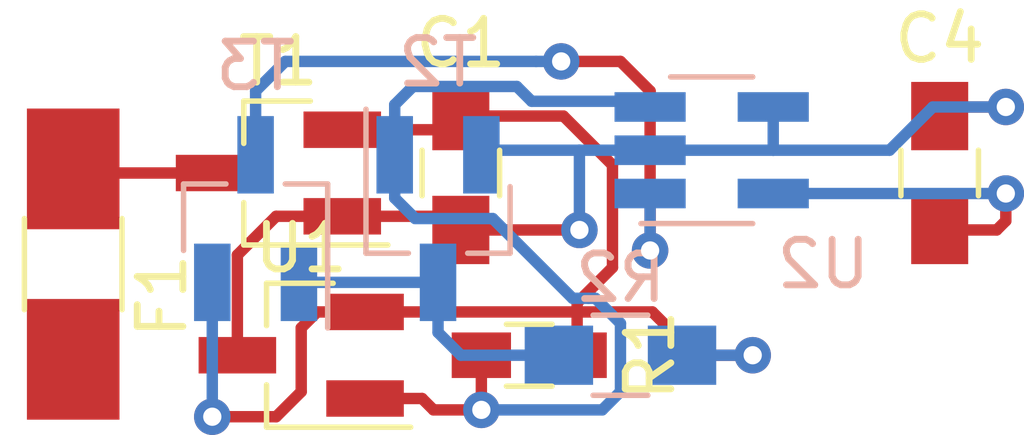
<source format=kicad_pcb>
(kicad_pcb (version 20171130) (host pcbnew "(5.1.6)-1")

  (general
    (thickness 1.6)
    (drawings 0)
    (tracks 80)
    (zones 0)
    (modules 10)
    (nets 9)
  )

  (page A4)
  (layers
    (0 F.Cu signal)
    (31 B.Cu signal)
    (32 B.Adhes user hide)
    (33 F.Adhes user hide)
    (34 B.Paste user hide)
    (35 F.Paste user hide)
    (36 B.SilkS user hide)
    (37 F.SilkS user)
    (38 B.Mask user hide)
    (39 F.Mask user hide)
    (40 Dwgs.User user)
    (41 Cmts.User user)
    (42 Eco1.User user)
    (43 Eco2.User user)
    (44 Edge.Cuts user)
    (45 Margin user)
    (46 B.CrtYd user hide)
    (47 F.CrtYd user)
    (48 B.Fab user hide)
    (49 F.Fab user hide)
  )

  (setup
    (last_trace_width 0.25)
    (trace_clearance 0.2)
    (zone_clearance 0.508)
    (zone_45_only no)
    (trace_min 0.2)
    (via_size 0.8)
    (via_drill 0.4)
    (via_min_size 0.4)
    (via_min_drill 0.3)
    (uvia_size 0.3)
    (uvia_drill 0.1)
    (uvias_allowed no)
    (uvia_min_size 0.2)
    (uvia_min_drill 0.1)
    (edge_width 0.05)
    (segment_width 0.2)
    (pcb_text_width 0.3)
    (pcb_text_size 1.5 1.5)
    (mod_edge_width 0.12)
    (mod_text_size 1 1)
    (mod_text_width 0.15)
    (pad_size 1.524 1.524)
    (pad_drill 0.762)
    (pad_to_mask_clearance 0.05)
    (aux_axis_origin 0 0)
    (visible_elements 7FFFFFFF)
    (pcbplotparams
      (layerselection 0x010fc_ffffffff)
      (usegerberextensions false)
      (usegerberattributes true)
      (usegerberadvancedattributes true)
      (creategerberjobfile true)
      (excludeedgelayer true)
      (linewidth 0.100000)
      (plotframeref false)
      (viasonmask false)
      (mode 1)
      (useauxorigin false)
      (hpglpennumber 1)
      (hpglpenspeed 20)
      (hpglpendiameter 15.000000)
      (psnegative false)
      (psa4output false)
      (plotreference true)
      (plotvalue true)
      (plotinvisibletext false)
      (padsonsilk false)
      (subtractmaskfromsilk false)
      (outputformat 1)
      (mirror false)
      (drillshape 1)
      (scaleselection 1)
      (outputdirectory ""))
  )

  (net 0 "")
  (net 1 GND_ALIM)
  (net 2 "Net-(C1-Pad1)")
  (net 3 /VCC_3V3)
  (net 4 "Net-(F1-Pad2)")
  (net 5 "Net-(F1-Pad1)")
  (net 6 /~RST)
  (net 7 "Net-(R2-Pad2)")
  (net 8 /VBAT)

  (net_class Default "This is the default net class."
    (clearance 0.2)
    (trace_width 0.25)
    (via_dia 0.8)
    (via_drill 0.4)
    (uvia_dia 0.3)
    (uvia_drill 0.1)
    (add_net /VBAT)
    (add_net /VCC_3V3)
    (add_net /~RST)
    (add_net GND_ALIM)
    (add_net "Net-(C1-Pad1)")
    (add_net "Net-(F1-Pad1)")
    (add_net "Net-(F1-Pad2)")
    (add_net "Net-(R2-Pad2)")
  )

  (module EsseivaN_Lib:SOT-23_Handsoldering (layer F.Cu) (tedit 5F4D0EBD) (tstamp 5F4D20DA)
    (at 104 79 180)
    (descr "SOT-23, Handsoldering")
    (tags SOT-23)
    (path /5F4005DE)
    (attr smd)
    (fp_text reference T1 (at 0 2.45 180) (layer F.SilkS)
      (effects (font (size 1 1) (thickness 0.15)))
    )
    (fp_text value SI2333 (at 0 2.5) (layer F.Fab)
      (effects (font (size 1 1) (thickness 0.15)))
    )
    (fp_line (start 0.76 1.58) (end 0.76 0.65) (layer F.SilkS) (width 0.12))
    (fp_line (start 0.76 -1.58) (end 0.76 -0.65) (layer F.SilkS) (width 0.12))
    (fp_line (start -1.5 -1.75) (end 1.5 -1.75) (layer F.CrtYd) (width 0.05))
    (fp_line (start 1.5 -1.75) (end 1.5 1.75) (layer F.CrtYd) (width 0.05))
    (fp_line (start 1.5 1.75) (end -1.5 1.75) (layer F.CrtYd) (width 0.05))
    (fp_line (start -1.5 1.75) (end -1.5 -1.75) (layer F.CrtYd) (width 0.05))
    (fp_line (start 0.76 -1.58) (end -2.4 -1.58) (layer F.SilkS) (width 0.12))
    (fp_line (start -0.7 -0.95) (end -0.7 1.5) (layer F.Fab) (width 0.1))
    (fp_line (start -0.15 -1.52) (end 0.7 -1.52) (layer F.Fab) (width 0.1))
    (fp_line (start -0.7 -0.95) (end -0.15 -1.52) (layer F.Fab) (width 0.1))
    (fp_line (start 0.7 -1.52) (end 0.7 1.52) (layer F.Fab) (width 0.1))
    (fp_line (start -0.7 1.52) (end 0.7 1.52) (layer F.Fab) (width 0.1))
    (fp_line (start 0.76 1.58) (end -0.7 1.58) (layer F.SilkS) (width 0.12))
    (pad 3 smd rect (at 1.4 0 180) (size 1.7 0.8) (layers F.Cu F.Paste F.Mask)
      (net 4 "Net-(F1-Pad2)"))
    (pad 2 smd rect (at -1.4 0.95 180) (size 1.7 0.8) (layers F.Cu F.Paste F.Mask)
      (net 2 "Net-(C1-Pad1)"))
    (pad 1 smd rect (at -1.4 -0.95 180) (size 1.7 0.8) (layers F.Cu F.Paste F.Mask)
      (net 1 GND_ALIM))
    (model ${KISYS3DMOD}/TO_SOT_Packages_SMD.3dshapes\SOT-23.wrl
      (at (xyz 0 0 0))
      (scale (xyz 1 1 1))
      (rotate (xyz 0 0 0))
    )
  )

  (module EsseivaN_Lib:SOT-23-5_HandSoldering (layer B.Cu) (tedit 58CE4E7E) (tstamp 5F4D43B9)
    (at 113.5 78.5)
    (descr "5-pin SOT23 package")
    (tags "SOT-23-5 hand-soldering")
    (path /5F409A59)
    (attr smd)
    (fp_text reference U2 (at 2.45 2.5 180) (layer B.SilkS)
      (effects (font (size 1 1) (thickness 0.15)) (justify mirror))
    )
    (fp_text value "NCP114 3V3" (at 0 -2.9) (layer B.Fab)
      (effects (font (size 1 1) (thickness 0.15)) (justify mirror))
    )
    (fp_line (start 2.38 -1.8) (end -2.38 -1.8) (layer B.CrtYd) (width 0.05))
    (fp_line (start 2.38 -1.8) (end 2.38 1.8) (layer B.CrtYd) (width 0.05))
    (fp_line (start -2.38 1.8) (end -2.38 -1.8) (layer B.CrtYd) (width 0.05))
    (fp_line (start -2.38 1.8) (end 2.38 1.8) (layer B.CrtYd) (width 0.05))
    (fp_line (start 0.9 1.55) (end 0.9 -1.55) (layer B.Fab) (width 0.1))
    (fp_line (start 0.9 -1.55) (end -0.9 -1.55) (layer B.Fab) (width 0.1))
    (fp_line (start -0.9 0.9) (end -0.9 -1.55) (layer B.Fab) (width 0.1))
    (fp_line (start 0.9 1.55) (end -0.25 1.55) (layer B.Fab) (width 0.1))
    (fp_line (start -0.9 0.9) (end -0.25 1.55) (layer B.Fab) (width 0.1))
    (fp_line (start 0.9 1.61) (end -1.55 1.61) (layer B.SilkS) (width 0.12))
    (fp_line (start -0.9 -1.61) (end 0.9 -1.61) (layer B.SilkS) (width 0.12))
    (fp_text user %R (at 0 0 -90) (layer B.Fab)
      (effects (font (size 0.5 0.5) (thickness 0.075)) (justify mirror))
    )
    (pad 5 smd rect (at 1.35 0.95) (size 1.56 0.65) (layers B.Cu B.Paste B.Mask)
      (net 3 /VCC_3V3))
    (pad 4 smd rect (at 1.35 -0.95) (size 1.56 0.65) (layers B.Cu B.Paste B.Mask)
      (net 1 GND_ALIM))
    (pad 3 smd rect (at -1.35 -0.95) (size 1.56 0.65) (layers B.Cu B.Paste B.Mask)
      (net 6 /~RST))
    (pad 2 smd rect (at -1.35 0) (size 1.56 0.65) (layers B.Cu B.Paste B.Mask)
      (net 1 GND_ALIM))
    (pad 1 smd rect (at -1.35 0.95) (size 1.56 0.65) (layers B.Cu B.Paste B.Mask)
      (net 8 /VBAT))
    (model ${KISYS3DMOD}/TO_SOT_Packages_SMD.3dshapes\SOT-23-5.wrl
      (at (xyz 0 0 0))
      (scale (xyz 1 1 1))
      (rotate (xyz 0 0 0))
    )
  )

  (module EsseivaN_Lib:C_0805_HandSoldering (layer F.Cu) (tedit 58AA84A8) (tstamp 5F4D2085)
    (at 108 79 270)
    (descr "Capacitor SMD 0805, hand soldering")
    (tags "capacitor 0805")
    (path /5F3E0A27)
    (attr smd)
    (fp_text reference C1 (at -2.85 0 180) (layer F.SilkS)
      (effects (font (size 1 1) (thickness 0.15)))
    )
    (fp_text value 10uF (at 0 1.75 90) (layer F.Fab)
      (effects (font (size 1 1) (thickness 0.15)))
    )
    (fp_line (start -1 0.62) (end -1 -0.62) (layer F.Fab) (width 0.1))
    (fp_line (start 1 0.62) (end -1 0.62) (layer F.Fab) (width 0.1))
    (fp_line (start 1 -0.62) (end 1 0.62) (layer F.Fab) (width 0.1))
    (fp_line (start -1 -0.62) (end 1 -0.62) (layer F.Fab) (width 0.1))
    (fp_line (start 0.5 -0.85) (end -0.5 -0.85) (layer F.SilkS) (width 0.12))
    (fp_line (start -0.5 0.85) (end 0.5 0.85) (layer F.SilkS) (width 0.12))
    (fp_line (start -2.25 -0.88) (end 2.25 -0.88) (layer F.CrtYd) (width 0.05))
    (fp_line (start -2.25 -0.88) (end -2.25 0.87) (layer F.CrtYd) (width 0.05))
    (fp_line (start 2.25 0.87) (end 2.25 -0.88) (layer F.CrtYd) (width 0.05))
    (fp_line (start 2.25 0.87) (end -2.25 0.87) (layer F.CrtYd) (width 0.05))
    (fp_text user %R (at 0 -1.75 90) (layer F.Fab)
      (effects (font (size 1 1) (thickness 0.15)))
    )
    (pad 1 smd rect (at -1.25 0 270) (size 1.5 1.25) (layers F.Cu F.Paste F.Mask)
      (net 2 "Net-(C1-Pad1)"))
    (pad 2 smd rect (at 1.25 0 270) (size 1.5 1.25) (layers F.Cu F.Paste F.Mask)
      (net 1 GND_ALIM))
    (model Capacitors_SMD.3dshapes/C_0805.wrl
      (at (xyz 0 0 0))
      (scale (xyz 1 1 1))
      (rotate (xyz 0 0 0))
    )
  )

  (module EsseivaN_Lib:C_0805_HandSoldering (layer F.Cu) (tedit 58AA84A8) (tstamp 5F4D2096)
    (at 118.5 79 90)
    (descr "Capacitor SMD 0805, hand soldering")
    (tags "capacitor 0805")
    (path /5F539944)
    (attr smd)
    (fp_text reference C4 (at 2.95 0 180) (layer F.SilkS)
      (effects (font (size 1 1) (thickness 0.15)))
    )
    (fp_text value 100nF (at 0 1.75 90) (layer F.Fab)
      (effects (font (size 1 1) (thickness 0.15)))
    )
    (fp_line (start -1 0.62) (end -1 -0.62) (layer F.Fab) (width 0.1))
    (fp_line (start 1 0.62) (end -1 0.62) (layer F.Fab) (width 0.1))
    (fp_line (start 1 -0.62) (end 1 0.62) (layer F.Fab) (width 0.1))
    (fp_line (start -1 -0.62) (end 1 -0.62) (layer F.Fab) (width 0.1))
    (fp_line (start 0.5 -0.85) (end -0.5 -0.85) (layer F.SilkS) (width 0.12))
    (fp_line (start -0.5 0.85) (end 0.5 0.85) (layer F.SilkS) (width 0.12))
    (fp_line (start -2.25 -0.88) (end 2.25 -0.88) (layer F.CrtYd) (width 0.05))
    (fp_line (start -2.25 -0.88) (end -2.25 0.87) (layer F.CrtYd) (width 0.05))
    (fp_line (start 2.25 0.87) (end 2.25 -0.88) (layer F.CrtYd) (width 0.05))
    (fp_line (start 2.25 0.87) (end -2.25 0.87) (layer F.CrtYd) (width 0.05))
    (fp_text user %R (at 0 -1.75 90) (layer F.Fab)
      (effects (font (size 1 1) (thickness 0.15)))
    )
    (pad 1 smd rect (at -1.25 0 90) (size 1.5 1.25) (layers F.Cu F.Paste F.Mask)
      (net 3 /VCC_3V3))
    (pad 2 smd rect (at 1.25 0 90) (size 1.5 1.25) (layers F.Cu F.Paste F.Mask)
      (net 1 GND_ALIM))
    (model Capacitors_SMD.3dshapes/C_0805.wrl
      (at (xyz 0 0 0))
      (scale (xyz 1 1 1))
      (rotate (xyz 0 0 0))
    )
  )

  (module EsseivaN_Lib:Fuse_SMD1206_HandSoldering (layer F.Cu) (tedit 5CC57DC8) (tstamp 5F4D20A6)
    (at 99.5 81 90)
    (descr "Fuse, Sicherung, SMD1206, Littlefuse-Wickmann 433 Series, Hand Soldering,")
    (tags "Fuse Sicherung SMD1206 Littlefuse-Wickmann 433 Series Hand Soldering ")
    (path /5F3F134F)
    (attr smd)
    (fp_text reference F1 (at -0.7 1.95 90) (layer F.SilkS)
      (effects (font (size 1 1) (thickness 0.15)))
    )
    (fp_text value 630mA (at -0.15 2.5 90) (layer F.Fab)
      (effects (font (size 1 1) (thickness 0.15)))
    )
    (fp_line (start -1.6 0.8) (end -1.6 -0.8) (layer F.Fab) (width 0.1))
    (fp_line (start 1.6 0.8) (end -1.6 0.8) (layer F.Fab) (width 0.1))
    (fp_line (start 1.6 -0.8) (end 1.6 0.8) (layer F.Fab) (width 0.1))
    (fp_line (start -1.6 -0.8) (end 1.6 -0.8) (layer F.Fab) (width 0.1))
    (fp_line (start 1 1.07) (end -1 1.07) (layer F.SilkS) (width 0.12))
    (fp_line (start -1 -1.07) (end 1 -1.07) (layer F.SilkS) (width 0.12))
    (fp_line (start -3.35 -1.58) (end 3.35 -1.58) (layer F.CrtYd) (width 0.05))
    (fp_line (start -3.35 -1.58) (end -3.35 1.58) (layer F.CrtYd) (width 0.05))
    (fp_line (start 3.35 1.58) (end 3.35 -1.58) (layer F.CrtYd) (width 0.05))
    (fp_line (start 3.35 1.58) (end -3.35 1.58) (layer F.CrtYd) (width 0.05))
    (pad 1 smd rect (at -2.09 0 180) (size 2.03 2.65) (layers F.Cu F.Paste F.Mask)
      (net 5 "Net-(F1-Pad1)"))
    (pad 2 smd rect (at 2.09 0 180) (size 2.03 2.65) (layers F.Cu F.Paste F.Mask)
      (net 4 "Net-(F1-Pad2)"))
    (model ${KISYS3DMOD}/Resistor_SMD.3dshapes/R_1206_3216Metric.step
      (at (xyz 0 0 0))
      (scale (xyz 1 1 1))
      (rotate (xyz 0 0 0))
    )
  )

  (module EsseivaN_Lib:R_0603_HandSoldering (layer F.Cu) (tedit 5D0E9FFD) (tstamp 5F4D37D3)
    (at 109.5 83 180)
    (descr "Resistor SMD 0603, hand soldering")
    (tags "resistor 0603")
    (path /5F3F8490)
    (attr smd)
    (fp_text reference R1 (at -2.65 0 90) (layer F.SilkS)
      (effects (font (size 1 1) (thickness 0.15)))
    )
    (fp_text value 4k7 (at 0 1.55 180) (layer F.Fab)
      (effects (font (size 1 1) (thickness 0.15)))
    )
    (fp_line (start -0.8 0.4) (end -0.8 -0.4) (layer F.Fab) (width 0.1))
    (fp_line (start 0.8 0.4) (end -0.8 0.4) (layer F.Fab) (width 0.1))
    (fp_line (start 0.8 -0.4) (end 0.8 0.4) (layer F.Fab) (width 0.1))
    (fp_line (start -0.8 -0.4) (end 0.8 -0.4) (layer F.Fab) (width 0.1))
    (fp_line (start 0.5 0.68) (end -0.5 0.68) (layer F.SilkS) (width 0.12))
    (fp_line (start -0.5 -0.68) (end 0.5 -0.68) (layer F.SilkS) (width 0.12))
    (fp_line (start -1.96 -0.7) (end 1.95 -0.7) (layer F.CrtYd) (width 0.05))
    (fp_line (start -1.96 -0.7) (end -1.96 0.7) (layer F.CrtYd) (width 0.05))
    (fp_line (start 1.95 0.7) (end 1.95 -0.7) (layer F.CrtYd) (width 0.05))
    (fp_line (start 1.95 0.7) (end -1.96 0.7) (layer F.CrtYd) (width 0.05))
    (pad 1 smd rect (at -1.05 0 180) (size 1.3 1) (layers F.Cu F.Paste F.Mask)
      (net 2 "Net-(C1-Pad1)"))
    (pad 2 smd rect (at 1.05 0 180) (size 1.3 1) (layers F.Cu F.Paste F.Mask)
      (net 6 /~RST))
    (model ${KISYS3DMOD}/Resistors_SMD.3dshapes/R_0603.wrl
      (at (xyz 0 0 0))
      (scale (xyz 1 1 1))
      (rotate (xyz 0 0 0))
    )
  )

  (module EsseivaN_Lib:R_0805_HandSoldering (layer B.Cu) (tedit 5D0EA042) (tstamp 5F4D4428)
    (at 111.5 83 180)
    (descr "Resistor SMD 0805, hand soldering")
    (tags "resistor 0805")
    (path /5F5241CC)
    (attr smd)
    (fp_text reference R2 (at 0 1.7) (layer B.SilkS)
      (effects (font (size 1 1) (thickness 0.15)) (justify mirror))
    )
    (fp_text value 100k (at 0 -1.75) (layer B.Fab)
      (effects (font (size 1 1) (thickness 0.15)) (justify mirror))
    )
    (fp_line (start 2.35 -0.9) (end -2.35 -0.9) (layer B.CrtYd) (width 0.05))
    (fp_line (start 2.35 -0.9) (end 2.35 0.9) (layer B.CrtYd) (width 0.05))
    (fp_line (start -2.35 0.9) (end -2.35 -0.9) (layer B.CrtYd) (width 0.05))
    (fp_line (start -2.35 0.9) (end 2.35 0.9) (layer B.CrtYd) (width 0.05))
    (fp_line (start -0.6 0.88) (end 0.6 0.88) (layer B.SilkS) (width 0.12))
    (fp_line (start 0.6 -0.88) (end -0.6 -0.88) (layer B.SilkS) (width 0.12))
    (fp_line (start -1 0.62) (end 1 0.62) (layer B.Fab) (width 0.1))
    (fp_line (start 1 0.62) (end 1 -0.62) (layer B.Fab) (width 0.1))
    (fp_line (start 1 -0.62) (end -1 -0.62) (layer B.Fab) (width 0.1))
    (fp_line (start -1 -0.62) (end -1 0.62) (layer B.Fab) (width 0.1))
    (pad 2 smd rect (at 1.35 0 180) (size 1.5 1.3) (layers B.Cu B.Paste B.Mask)
      (net 7 "Net-(R2-Pad2)"))
    (pad 1 smd rect (at -1.35 0 180) (size 1.5 1.3) (layers B.Cu B.Paste B.Mask)
      (net 2 "Net-(C1-Pad1)"))
    (model ${KISYS3DMOD}/Resistors_SMD.3dshapes/R_0805.wrl
      (at (xyz 0 0 0))
      (scale (xyz 1 1 1))
      (rotate (xyz 0 0 0))
    )
  )

  (module EsseivaN_Lib:SOT-23_Handsoldering (layer B.Cu) (tedit 5F4D0EBD) (tstamp 5F4D3804)
    (at 107.5 80 270)
    (descr "SOT-23, Handsoldering")
    (tags SOT-23)
    (path /5F40185E)
    (attr smd)
    (fp_text reference T2 (at -3.429 0) (layer B.SilkS)
      (effects (font (size 1 1) (thickness 0.15)) (justify mirror))
    )
    (fp_text value FDN337 (at 0 -2.5 270) (layer B.Fab)
      (effects (font (size 1 1) (thickness 0.15)) (justify mirror))
    )
    (fp_line (start 0.76 -1.58) (end 0.76 -0.65) (layer B.SilkS) (width 0.12))
    (fp_line (start 0.76 1.58) (end 0.76 0.65) (layer B.SilkS) (width 0.12))
    (fp_line (start -1.5 1.75) (end 1.5 1.75) (layer B.CrtYd) (width 0.05))
    (fp_line (start 1.5 1.75) (end 1.5 -1.75) (layer B.CrtYd) (width 0.05))
    (fp_line (start 1.5 -1.75) (end -1.5 -1.75) (layer B.CrtYd) (width 0.05))
    (fp_line (start -1.5 -1.75) (end -1.5 1.75) (layer B.CrtYd) (width 0.05))
    (fp_line (start 0.76 1.58) (end -2.4 1.58) (layer B.SilkS) (width 0.12))
    (fp_line (start -0.7 0.95) (end -0.7 -1.5) (layer B.Fab) (width 0.1))
    (fp_line (start -0.15 1.52) (end 0.7 1.52) (layer B.Fab) (width 0.1))
    (fp_line (start -0.7 0.95) (end -0.15 1.52) (layer B.Fab) (width 0.1))
    (fp_line (start 0.7 1.52) (end 0.7 -1.52) (layer B.Fab) (width 0.1))
    (fp_line (start -0.7 -1.52) (end 0.7 -1.52) (layer B.Fab) (width 0.1))
    (fp_line (start 0.76 -1.58) (end -0.7 -1.58) (layer B.SilkS) (width 0.12))
    (pad 3 smd rect (at 1.4 0 270) (size 1.7 0.8) (layers B.Cu B.Paste B.Mask)
      (net 7 "Net-(R2-Pad2)"))
    (pad 2 smd rect (at -1.4 -0.95 270) (size 1.7 0.8) (layers B.Cu B.Paste B.Mask)
      (net 1 GND_ALIM))
    (pad 1 smd rect (at -1.4 0.95 270) (size 1.7 0.8) (layers B.Cu B.Paste B.Mask)
      (net 6 /~RST))
    (model ${KISYS3DMOD}/TO_SOT_Packages_SMD.3dshapes\SOT-23.wrl
      (at (xyz 0 0 0))
      (scale (xyz 1 1 1))
      (rotate (xyz 0 0 0))
    )
  )

  (module EsseivaN_Lib:SOT-23_Handsoldering (layer B.Cu) (tedit 5F4D0EBD) (tstamp 5F4D388E)
    (at 103.5 80 90)
    (descr "SOT-23, Handsoldering")
    (tags SOT-23)
    (path /5F3FF331)
    (attr smd)
    (fp_text reference T3 (at 3.35 0) (layer B.SilkS)
      (effects (font (size 1 1) (thickness 0.15)) (justify mirror))
    )
    (fp_text value SI2333 (at 0 -2.5 -90) (layer B.Fab)
      (effects (font (size 1 1) (thickness 0.15)) (justify mirror))
    )
    (fp_line (start 0.76 -1.58) (end 0.76 -0.65) (layer B.SilkS) (width 0.12))
    (fp_line (start 0.76 1.58) (end 0.76 0.65) (layer B.SilkS) (width 0.12))
    (fp_line (start -1.5 1.75) (end 1.5 1.75) (layer B.CrtYd) (width 0.05))
    (fp_line (start 1.5 1.75) (end 1.5 -1.75) (layer B.CrtYd) (width 0.05))
    (fp_line (start 1.5 -1.75) (end -1.5 -1.75) (layer B.CrtYd) (width 0.05))
    (fp_line (start -1.5 -1.75) (end -1.5 1.75) (layer B.CrtYd) (width 0.05))
    (fp_line (start 0.76 1.58) (end -2.4 1.58) (layer B.SilkS) (width 0.12))
    (fp_line (start -0.7 0.95) (end -0.7 -1.5) (layer B.Fab) (width 0.1))
    (fp_line (start -0.15 1.52) (end 0.7 1.52) (layer B.Fab) (width 0.1))
    (fp_line (start -0.7 0.95) (end -0.15 1.52) (layer B.Fab) (width 0.1))
    (fp_line (start 0.7 1.52) (end 0.7 -1.52) (layer B.Fab) (width 0.1))
    (fp_line (start -0.7 -1.52) (end 0.7 -1.52) (layer B.Fab) (width 0.1))
    (fp_line (start 0.76 -1.58) (end -0.7 -1.58) (layer B.SilkS) (width 0.12))
    (pad 3 smd rect (at 1.4 0 90) (size 1.7 0.8) (layers B.Cu B.Paste B.Mask)
      (net 8 /VBAT))
    (pad 2 smd rect (at -1.4 -0.95 90) (size 1.7 0.8) (layers B.Cu B.Paste B.Mask)
      (net 2 "Net-(C1-Pad1)"))
    (pad 1 smd rect (at -1.4 0.95 90) (size 1.7 0.8) (layers B.Cu B.Paste B.Mask)
      (net 7 "Net-(R2-Pad2)"))
    (model ${KISYS3DMOD}/TO_SOT_Packages_SMD.3dshapes\SOT-23.wrl
      (at (xyz 0 0 0))
      (scale (xyz 1 1 1))
      (rotate (xyz 0 0 0))
    )
  )

  (module EsseivaN_Lib:SOT-23_Handsoldering (layer F.Cu) (tedit 5F4D0EBD) (tstamp 5F4D332E)
    (at 104.5 83 180)
    (descr "SOT-23, Handsoldering")
    (tags SOT-23)
    (path /5F3F7101)
    (attr smd)
    (fp_text reference U1 (at 0 2.35 180) (layer F.SilkS)
      (effects (font (size 1 1) (thickness 0.15)))
    )
    (fp_text value MCP121 (at 0 2.5) (layer F.Fab)
      (effects (font (size 1 1) (thickness 0.15)))
    )
    (fp_line (start 0.76 1.58) (end 0.76 0.65) (layer F.SilkS) (width 0.12))
    (fp_line (start 0.76 -1.58) (end 0.76 -0.65) (layer F.SilkS) (width 0.12))
    (fp_line (start -1.5 -1.75) (end 1.5 -1.75) (layer F.CrtYd) (width 0.05))
    (fp_line (start 1.5 -1.75) (end 1.5 1.75) (layer F.CrtYd) (width 0.05))
    (fp_line (start 1.5 1.75) (end -1.5 1.75) (layer F.CrtYd) (width 0.05))
    (fp_line (start -1.5 1.75) (end -1.5 -1.75) (layer F.CrtYd) (width 0.05))
    (fp_line (start 0.76 -1.58) (end -2.4 -1.58) (layer F.SilkS) (width 0.12))
    (fp_line (start -0.7 -0.95) (end -0.7 1.5) (layer F.Fab) (width 0.1))
    (fp_line (start -0.15 -1.52) (end 0.7 -1.52) (layer F.Fab) (width 0.1))
    (fp_line (start -0.7 -0.95) (end -0.15 -1.52) (layer F.Fab) (width 0.1))
    (fp_line (start 0.7 -1.52) (end 0.7 1.52) (layer F.Fab) (width 0.1))
    (fp_line (start -0.7 1.52) (end 0.7 1.52) (layer F.Fab) (width 0.1))
    (fp_line (start 0.76 1.58) (end -0.7 1.58) (layer F.SilkS) (width 0.12))
    (pad 3 smd rect (at 1.4 0 180) (size 1.7 0.8) (layers F.Cu F.Paste F.Mask)
      (net 1 GND_ALIM))
    (pad 2 smd rect (at -1.4 0.95 180) (size 1.7 0.8) (layers F.Cu F.Paste F.Mask)
      (net 2 "Net-(C1-Pad1)"))
    (pad 1 smd rect (at -1.4 -0.95 180) (size 1.7 0.8) (layers F.Cu F.Paste F.Mask)
      (net 6 /~RST))
    (model ${KISYS3DMOD}/TO_SOT_Packages_SMD.3dshapes\SOT-23.wrl
      (at (xyz 0 0 0))
      (scale (xyz 1 1 1))
      (rotate (xyz 0 0 0))
    )
  )

  (segment (start 107.7 79.95) (end 108 80.25) (width 0.25) (layer F.Cu) (net 1))
  (segment (start 105.4 79.95) (end 107.7 79.95) (width 0.25) (layer F.Cu) (net 1))
  (via (at 110.6 80.25) (size 0.8) (drill 0.4) (layers F.Cu B.Cu) (net 1))
  (segment (start 108.55 78.5) (end 108.45 78.6) (width 0.25) (layer B.Cu) (net 1))
  (segment (start 110.6 80.25) (end 110.6 78.5) (width 0.25) (layer B.Cu) (net 1))
  (segment (start 110.6 78.5) (end 108.55 78.5) (width 0.25) (layer B.Cu) (net 1))
  (segment (start 103.1 83) (end 103.1 80.8) (width 0.25) (layer F.Cu) (net 1))
  (segment (start 103.95 79.95) (end 105.4 79.95) (width 0.25) (layer F.Cu) (net 1))
  (segment (start 103.1 80.8) (end 103.95 79.95) (width 0.25) (layer F.Cu) (net 1))
  (segment (start 110.6 80.25) (end 108 80.25) (width 0.25) (layer F.Cu) (net 1))
  (segment (start 114.85 77.55) (end 114.85 78.5) (width 0.25) (layer B.Cu) (net 1))
  (segment (start 114.85 78.5) (end 110.6 78.5) (width 0.25) (layer B.Cu) (net 1))
  (via (at 119.95 77.55) (size 0.8) (drill 0.4) (layers F.Cu B.Cu) (net 1))
  (segment (start 119.95 77.55) (end 118.7 77.55) (width 0.25) (layer F.Cu) (net 1))
  (segment (start 119.95 77.55) (end 118.35 77.55) (width 0.25) (layer B.Cu) (net 1))
  (segment (start 117.4 78.5) (end 114.85 78.5) (width 0.25) (layer B.Cu) (net 1))
  (segment (start 118.35 77.55) (end 117.4 78.5) (width 0.25) (layer B.Cu) (net 1))
  (segment (start 107.7 78.05) (end 108 77.75) (width 0.25) (layer F.Cu) (net 2))
  (segment (start 105.4 78.05) (end 107.7 78.05) (width 0.25) (layer F.Cu) (net 2))
  (via (at 114.4 83) (size 0.8) (drill 0.4) (layers F.Cu B.Cu) (net 2))
  (segment (start 112.85 83) (end 114.4 83) (width 0.25) (layer B.Cu) (net 2))
  (segment (start 108 77.75) (end 110.25 77.75) (width 0.25) (layer F.Cu) (net 2))
  (segment (start 111.325001 78.825001) (end 111.325001 81.074999) (width 0.25) (layer F.Cu) (net 2))
  (segment (start 110.25 77.75) (end 111.325001 78.825001) (width 0.25) (layer F.Cu) (net 2))
  (segment (start 111.325001 81.074999) (end 110.55 81.85) (width 0.25) (layer F.Cu) (net 2))
  (segment (start 110.55 81.85) (end 110.55 82.05) (width 0.25) (layer F.Cu) (net 2))
  (segment (start 105.9 82.05) (end 110.55 82.05) (width 0.25) (layer F.Cu) (net 2))
  (segment (start 110.55 82.05) (end 110.55 83) (width 0.25) (layer F.Cu) (net 2))
  (segment (start 110.55 82.05) (end 112.2 82.05) (width 0.25) (layer F.Cu) (net 2))
  (segment (start 113.15 83) (end 114.4 83) (width 0.25) (layer F.Cu) (net 2))
  (segment (start 112.2 82.05) (end 113.15 83) (width 0.25) (layer F.Cu) (net 2))
  (via (at 102.55 84.35) (size 0.8) (drill 0.4) (layers F.Cu B.Cu) (net 2))
  (segment (start 102.55 81.4) (end 102.55 84.35) (width 0.25) (layer B.Cu) (net 2))
  (segment (start 102.55 84.35) (end 103.95 84.35) (width 0.25) (layer F.Cu) (net 2))
  (segment (start 103.95 84.35) (end 104.5 83.8) (width 0.25) (layer F.Cu) (net 2))
  (segment (start 104.5 83.8) (end 104.5 82.4) (width 0.25) (layer F.Cu) (net 2))
  (segment (start 104.85 82.05) (end 105.9 82.05) (width 0.25) (layer F.Cu) (net 2))
  (segment (start 104.5 82.4) (end 104.85 82.05) (width 0.25) (layer F.Cu) (net 2))
  (via (at 119.95 79.45) (size 0.8) (drill 0.4) (layers F.Cu B.Cu) (net 3))
  (segment (start 119.95 79.45) (end 119.95 80.05) (width 0.25) (layer F.Cu) (net 3))
  (segment (start 119.75 80.25) (end 118.5 80.25) (width 0.25) (layer F.Cu) (net 3))
  (segment (start 119.95 80.05) (end 119.75 80.25) (width 0.25) (layer F.Cu) (net 3))
  (segment (start 119.95 79.45) (end 114.85 79.45) (width 0.25) (layer B.Cu) (net 3))
  (segment (start 99.59 79) (end 99.5 78.91) (width 0.25) (layer F.Cu) (net 4))
  (segment (start 102.6 79) (end 99.59 79) (width 0.25) (layer F.Cu) (net 4))
  (segment (start 106.55 79.55) (end 107 80) (width 0.25) (layer B.Cu) (net 6))
  (segment (start 107 80) (end 108.7 80) (width 0.25) (layer B.Cu) (net 6))
  (segment (start 106.55 78.6) (end 106.55 79.55) (width 0.25) (layer B.Cu) (net 6))
  (segment (start 108.7 80) (end 110.45 81.75) (width 0.25) (layer B.Cu) (net 6))
  (segment (start 110.8 81.75) (end 110.95 81.75) (width 0.25) (layer B.Cu) (net 6))
  (segment (start 110.45 81.75) (end 110.8 81.75) (width 0.25) (layer B.Cu) (net 6))
  (segment (start 110.95 81.75) (end 111.5 82.3) (width 0.25) (layer B.Cu) (net 6))
  (segment (start 111.5 82.3) (end 111.5 83.8) (width 0.25) (layer B.Cu) (net 6))
  (via (at 108.45 84.2) (size 0.8) (drill 0.4) (layers F.Cu B.Cu) (net 6))
  (segment (start 111.5 83.8) (end 111.1 84.2) (width 0.25) (layer B.Cu) (net 6))
  (segment (start 111.1 84.2) (end 108.45 84.2) (width 0.25) (layer B.Cu) (net 6))
  (segment (start 108.45 84.2) (end 108.45 83) (width 0.25) (layer F.Cu) (net 6))
  (segment (start 105.9 83.95) (end 107.15 83.95) (width 0.25) (layer F.Cu) (net 6))
  (segment (start 107.4 84.2) (end 108.45 84.2) (width 0.25) (layer F.Cu) (net 6))
  (segment (start 107.15 83.95) (end 107.4 84.2) (width 0.25) (layer F.Cu) (net 6))
  (segment (start 106.95 77.1) (end 109.226998 77.1) (width 0.25) (layer B.Cu) (net 6))
  (segment (start 106.55 77.5) (end 106.95 77.1) (width 0.25) (layer B.Cu) (net 6))
  (segment (start 106.55 78.6) (end 106.55 77.5) (width 0.25) (layer B.Cu) (net 6))
  (segment (start 109.551997 77.424999) (end 109.226998 77.1) (width 0.25) (layer B.Cu) (net 6))
  (segment (start 112.024999 77.424999) (end 109.551997 77.424999) (width 0.25) (layer B.Cu) (net 6))
  (segment (start 112.15 77.55) (end 112.024999 77.424999) (width 0.25) (layer B.Cu) (net 6))
  (segment (start 107.5 81.4) (end 104.45 81.4) (width 0.25) (layer B.Cu) (net 7))
  (segment (start 110.15 83) (end 108 83) (width 0.25) (layer B.Cu) (net 7))
  (segment (start 107.5 82.5) (end 107.5 81.4) (width 0.25) (layer B.Cu) (net 7))
  (segment (start 108 83) (end 107.5 82.5) (width 0.25) (layer B.Cu) (net 7))
  (segment (start 103.5 78.6) (end 103.5 77.2) (width 0.25) (layer B.Cu) (net 8))
  (segment (start 103.5 77.2) (end 104.15 76.55) (width 0.25) (layer B.Cu) (net 8))
  (via (at 110.2 76.55) (size 0.8) (drill 0.4) (layers F.Cu B.Cu) (net 8))
  (segment (start 109.65 76.55) (end 110.2 76.55) (width 0.25) (layer B.Cu) (net 8))
  (segment (start 104.15 76.55) (end 109.65 76.55) (width 0.25) (layer B.Cu) (net 8))
  (segment (start 110.2 76.55) (end 111.5 76.55) (width 0.25) (layer F.Cu) (net 8))
  (segment (start 111.5 76.55) (end 112.15 77.2) (width 0.25) (layer F.Cu) (net 8))
  (via (at 112.15 80.7) (size 0.8) (drill 0.4) (layers F.Cu B.Cu) (net 8))
  (segment (start 112.15 77.2) (end 112.15 80.7) (width 0.25) (layer F.Cu) (net 8))
  (segment (start 112.15 80.7) (end 112.15 79.45) (width 0.25) (layer B.Cu) (net 8))

)

</source>
